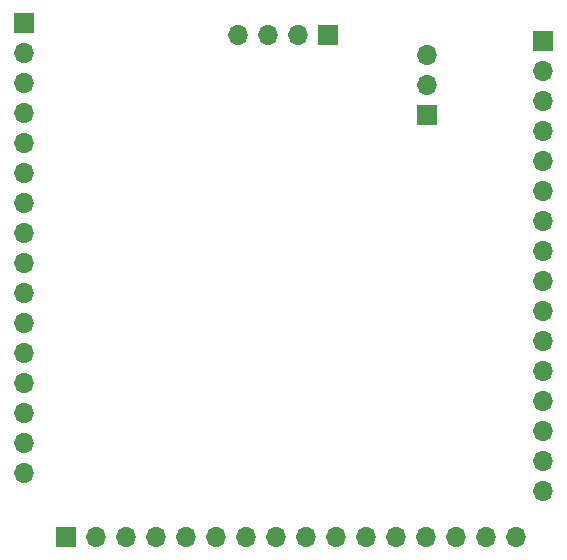
<source format=gbs>
G04 #@! TF.GenerationSoftware,KiCad,Pcbnew,8.0.5*
G04 #@! TF.CreationDate,2024-11-24T11:50:23+01:00*
G04 #@! TF.ProjectId,stm32_template,73746d33-325f-4746-956d-706c6174652e,rev?*
G04 #@! TF.SameCoordinates,Original*
G04 #@! TF.FileFunction,Soldermask,Bot*
G04 #@! TF.FilePolarity,Negative*
%FSLAX46Y46*%
G04 Gerber Fmt 4.6, Leading zero omitted, Abs format (unit mm)*
G04 Created by KiCad (PCBNEW 8.0.5) date 2024-11-24 11:50:23*
%MOMM*%
%LPD*%
G01*
G04 APERTURE LIST*
%ADD10R,1.700000X1.700000*%
%ADD11O,1.700000X1.700000*%
G04 APERTURE END LIST*
D10*
X87200000Y-61325000D03*
D11*
X87200000Y-58785000D03*
X87200000Y-56245000D03*
D10*
X78750000Y-54500000D03*
D11*
X76210000Y-54500000D03*
X73670000Y-54500000D03*
X71130000Y-54500000D03*
D10*
X56620000Y-97000000D03*
D11*
X59160000Y-97000000D03*
X61700000Y-97000000D03*
X64240000Y-97000000D03*
X66780000Y-97000000D03*
X69320000Y-97000000D03*
X71860000Y-97000000D03*
X74400000Y-97000000D03*
X76940000Y-97000000D03*
X79480000Y-97000000D03*
X82020000Y-97000000D03*
X84560000Y-97000000D03*
X87100000Y-97000000D03*
X89640000Y-97000000D03*
X92180000Y-97000000D03*
X94720000Y-97000000D03*
D10*
X53000000Y-53543161D03*
D11*
X53000000Y-56083161D03*
X53000000Y-58623161D03*
X53000000Y-61163161D03*
X53000000Y-63703161D03*
X53000000Y-66243161D03*
X53000000Y-68783161D03*
X53000000Y-71323161D03*
X53000000Y-73863161D03*
X53000000Y-76403161D03*
X53000000Y-78943161D03*
X53000000Y-81483161D03*
X53000000Y-84023161D03*
X53000000Y-86563161D03*
X53000000Y-89103161D03*
X53000000Y-91643161D03*
D10*
X97000000Y-55000000D03*
D11*
X97000000Y-57540000D03*
X97000000Y-60080000D03*
X97000000Y-62620000D03*
X97000000Y-65160000D03*
X97000000Y-67700000D03*
X97000000Y-70240000D03*
X97000000Y-72780000D03*
X97000000Y-75320000D03*
X97000000Y-77860000D03*
X97000000Y-80400000D03*
X97000000Y-82940000D03*
X97000000Y-85480000D03*
X97000000Y-88020000D03*
X97000000Y-90560000D03*
X97000000Y-93100000D03*
M02*

</source>
